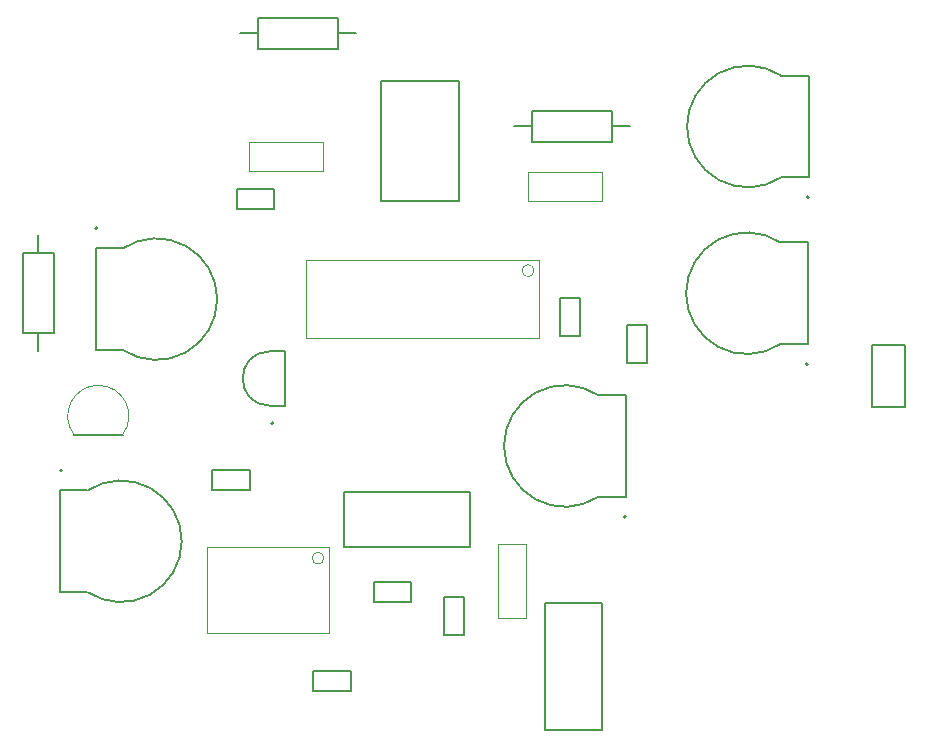
<source format=gbr>
%TF.GenerationSoftware,Altium Limited,Altium Designer,25.1.2 (22)*%
G04 Layer_Color=16711935*
%FSLAX25Y25*%
%MOIN*%
%TF.SameCoordinates,C6B27E67-7A8A-4C38-9DB9-D7D7B609FA95*%
%TF.FilePolarity,Positive*%
%TF.FileFunction,Other,Top_3D_Body*%
%TF.Part,Single*%
G01*
G75*
%TA.AperFunction,NonConductor*%
%ADD40C,0.00787*%
%ADD42C,0.00500*%
%ADD43C,0.00000*%
%ADD45C,0.00394*%
%ADD63C,0.00600*%
D40*
X122126Y183071D02*
G03*
X122126Y183071I-394J0D01*
G01*
X110315Y102362D02*
G03*
X110315Y102362I-394J0D01*
G01*
X180787Y118039D02*
G03*
X180787Y118039I-394J0D01*
G01*
X298287Y86878D02*
G03*
X298287Y86878I-394J0D01*
G01*
X358976Y137795D02*
G03*
X358976Y137795I-394J0D01*
G01*
X359287Y193378D02*
G03*
X359287Y193378I-394J0D01*
G01*
X216531Y192000D02*
X242516D01*
X216531D02*
Y232000D01*
X242516D01*
Y192000D02*
Y232000D01*
X246398Y76748D02*
Y95252D01*
X204390Y76748D02*
X246398D01*
X204390D02*
Y95252D01*
X246398D01*
X271287Y58161D02*
X290303D01*
Y15839D02*
Y58161D01*
X271287Y15839D02*
X290303D01*
X271287D02*
Y58161D01*
X237598Y60236D02*
X244291D01*
X237598Y47638D02*
Y60236D01*
Y47638D02*
X244291D01*
Y60236D01*
X226772Y58465D02*
Y65158D01*
X214173D02*
X226772D01*
X214173Y58465D02*
Y65158D01*
Y58465D02*
X226772D01*
X194095Y28937D02*
Y35630D01*
Y28937D02*
X206693D01*
Y35630D01*
X194095D02*
X206693D01*
X391339Y123622D02*
Y144095D01*
X380315Y123622D02*
X391339D01*
X380315D02*
Y144095D01*
X391339D01*
X160236Y95866D02*
Y102559D01*
Y95866D02*
X172835D01*
Y102559D01*
X160236D02*
X172835D01*
X298622Y150787D02*
X305315D01*
X298622Y138189D02*
Y150787D01*
Y138189D02*
X305315D01*
Y150787D01*
X276181Y159843D02*
X282874D01*
X276181Y147244D02*
Y159843D01*
Y147244D02*
X282874D01*
Y159843D01*
X168504Y189567D02*
Y196260D01*
Y189567D02*
X181102D01*
Y196260D01*
X168504D02*
X181102D01*
D42*
X130690Y142444D02*
G03*
X130690Y176453I11043J17005D01*
G01*
X118879Y61736D02*
G03*
X118879Y95745I11043J17005D01*
G01*
X179577Y142055D02*
G03*
X179577Y123945I0J-9055D01*
G01*
X288936Y127505D02*
G03*
X288936Y93496I-11043J-17005D01*
G01*
X349625Y178422D02*
G03*
X349625Y144413I-11043J-17005D01*
G01*
X349936Y234004D02*
G03*
X349936Y199996I-11043J-17005D01*
G01*
X175591Y248031D02*
Y253150D01*
Y242913D02*
Y248031D01*
Y242913D02*
X202362D01*
Y248031D01*
Y253150D01*
X175591D02*
X202362D01*
X169685Y248031D02*
X175591D01*
X202362D02*
X208268D01*
X121457Y142520D02*
X130575D01*
X121457D02*
Y176378D01*
X130575D01*
X102362Y174803D02*
Y180709D01*
Y142126D02*
Y148031D01*
X97244D02*
Y174803D01*
X102362D01*
X107480D01*
Y148031D02*
Y174803D01*
X102362Y148031D02*
X107480D01*
X97244D02*
X102362D01*
X109646Y61811D02*
X118764D01*
X109646D02*
Y95669D01*
X118764D01*
X179577Y123945D02*
X184498D01*
X179577Y142055D02*
X184498D01*
Y123945D02*
Y142055D01*
X289051Y93571D02*
X298169D01*
Y127429D01*
X289051D02*
X298169D01*
X349740Y178347D02*
X358858D01*
Y144488D02*
Y178347D01*
X349740Y144488D02*
X358858D01*
X350051Y233929D02*
X359169D01*
Y200071D02*
Y233929D01*
X350051Y200071D02*
X359169D01*
X261102Y217000D02*
X267008D01*
X293779D02*
X299685D01*
X267008Y211882D02*
X293779D01*
X267008D02*
Y217000D01*
Y222118D01*
X293779D01*
Y217000D02*
Y222118D01*
Y211882D02*
Y217000D01*
D43*
X130548Y114371D02*
G03*
X114240Y114371I-8154J6144D01*
G01*
D45*
X267598Y168949D02*
G03*
X267598Y168949I-1969J0D01*
G01*
X197594Y73130D02*
G03*
X197594Y73130I-1969J0D01*
G01*
X191614Y172492D02*
X269173D01*
X191614Y146508D02*
X269173D01*
Y172492D01*
X191614Y146508D02*
Y172492D01*
X255669Y53098D02*
X265118D01*
X255669D02*
Y77902D01*
X265118Y53098D02*
Y77902D01*
X255669D02*
X265118D01*
X158618Y48327D02*
Y76673D01*
X199169Y48327D02*
Y76673D01*
X158618Y48327D02*
X199169D01*
X158618Y76673D02*
X199169D01*
X290295Y192276D02*
Y201724D01*
X265492Y192276D02*
X290295D01*
X265492Y201724D02*
X290295D01*
X265492Y192276D02*
Y201724D01*
X172492Y202276D02*
Y211724D01*
X197295D01*
X172492Y202276D02*
X197295D01*
Y211724D01*
D63*
X114294Y114300D02*
X130494D01*
%TF.MD5,c2a0ffdd7dd114fd6e0c62f492c7ab76*%
M02*

</source>
